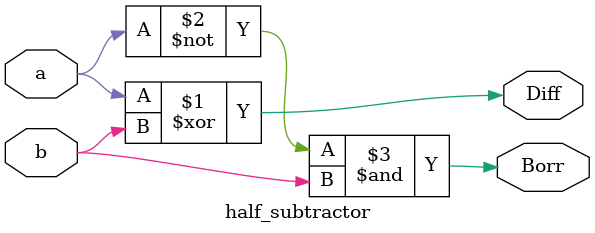
<source format=v>


`timescale 1ns / 1ps

module half_subtractor(
    input a,
    input b,
    output Diff,
    output Borr
);
    assign Diff = a ^ b;
    assign Borr = ~a & b;
endmodule

</source>
